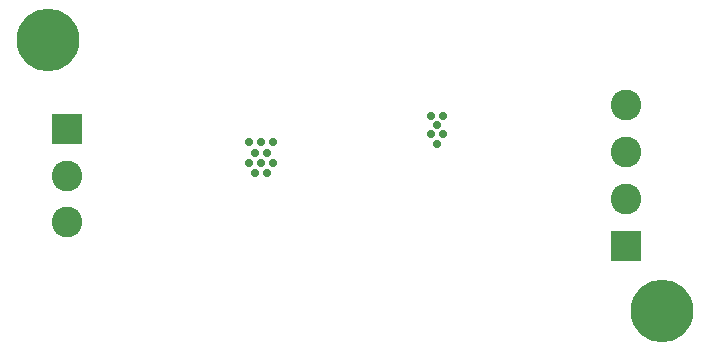
<source format=gbs>
G04*
G04 #@! TF.GenerationSoftware,Altium Limited,Altium Designer,19.1.6 (110)*
G04*
G04 Layer_Color=16711935*
%FSLAX43Y43*%
%MOMM*%
G71*
G01*
G75*
%ADD33C,2.600*%
%ADD34R,2.600X2.600*%
%ADD35C,5.300*%
%ADD36C,0.700*%
D33*
X5550Y15000D02*
D03*
Y11040D02*
D03*
X52950Y20940D02*
D03*
Y16980D02*
D03*
Y13020D02*
D03*
D34*
X5550Y18960D02*
D03*
X52950Y9060D02*
D03*
D35*
X56000Y3500D02*
D03*
X4000Y26500D02*
D03*
D36*
X22500Y15200D02*
D03*
X36900Y17700D02*
D03*
X36400Y18500D02*
D03*
X37400D02*
D03*
X36887Y19271D02*
D03*
X37400Y20000D02*
D03*
X36400D02*
D03*
X21500Y15200D02*
D03*
X23000Y16100D02*
D03*
X22000D02*
D03*
X21000D02*
D03*
X22500Y16900D02*
D03*
X21500D02*
D03*
X23000Y17800D02*
D03*
X22000D02*
D03*
X21000D02*
D03*
M02*

</source>
